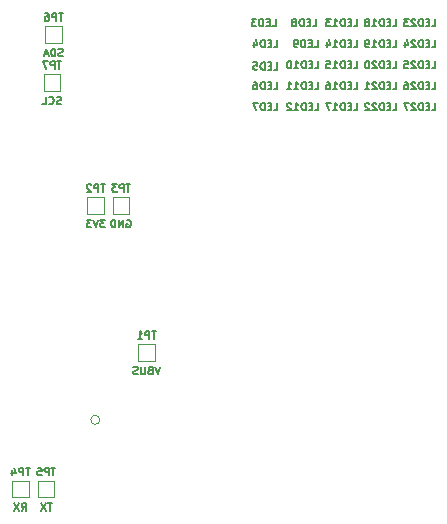
<source format=gbo>
G04 #@! TF.GenerationSoftware,KiCad,Pcbnew,(6.0.0)*
G04 #@! TF.CreationDate,2022-05-24T20:35:50-07:00*
G04 #@! TF.ProjectId,TrackpadLights,54726163-6b70-4616-944c-69676874732e,rev?*
G04 #@! TF.SameCoordinates,Original*
G04 #@! TF.FileFunction,Legend,Bot*
G04 #@! TF.FilePolarity,Positive*
%FSLAX46Y46*%
G04 Gerber Fmt 4.6, Leading zero omitted, Abs format (unit mm)*
G04 Created by KiCad (PCBNEW (6.0.0)) date 2022-05-24 20:35:50*
%MOMM*%
%LPD*%
G01*
G04 APERTURE LIST*
G04 Aperture macros list*
%AMRoundRect*
0 Rectangle with rounded corners*
0 $1 Rounding radius*
0 $2 $3 $4 $5 $6 $7 $8 $9 X,Y pos of 4 corners*
0 Add a 4 corners polygon primitive as box body*
4,1,4,$2,$3,$4,$5,$6,$7,$8,$9,$2,$3,0*
0 Add four circle primitives for the rounded corners*
1,1,$1+$1,$2,$3*
1,1,$1+$1,$4,$5*
1,1,$1+$1,$6,$7*
1,1,$1+$1,$8,$9*
0 Add four rect primitives between the rounded corners*
20,1,$1+$1,$2,$3,$4,$5,0*
20,1,$1+$1,$4,$5,$6,$7,0*
20,1,$1+$1,$6,$7,$8,$9,0*
20,1,$1+$1,$8,$9,$2,$3,0*%
G04 Aperture macros list end*
%ADD10C,0.127000*%
%ADD11C,0.120000*%
%ADD12C,0.254000*%
%ADD13C,1.225034*%
%ADD14C,3.200000*%
%ADD15R,1.000000X1.000000*%
%ADD16C,0.685800*%
%ADD17O,1.300000X2.500000*%
%ADD18O,1.300000X3.200000*%
%ADD19RoundRect,0.250000X-0.350000X-0.625000X0.350000X-0.625000X0.350000X0.625000X-0.350000X0.625000X0*%
%ADD20O,1.200000X1.750000*%
%ADD21C,1.100000*%
G04 APERTURE END LIST*
D10*
X109386309Y-109329261D02*
X109023452Y-109329261D01*
X109204880Y-109964261D02*
X109204880Y-109329261D01*
X108811785Y-109964261D02*
X108811785Y-109329261D01*
X108569880Y-109329261D01*
X108509404Y-109359500D01*
X108479166Y-109389738D01*
X108448928Y-109450214D01*
X108448928Y-109540928D01*
X108479166Y-109601404D01*
X108509404Y-109631642D01*
X108569880Y-109661880D01*
X108811785Y-109661880D01*
X107844166Y-109964261D02*
X108207023Y-109964261D01*
X108025595Y-109964261D02*
X108025595Y-109329261D01*
X108086071Y-109419976D01*
X108146547Y-109480452D01*
X108207023Y-109510690D01*
X109749166Y-112327261D02*
X109537500Y-112962261D01*
X109325833Y-112327261D01*
X108902500Y-112629642D02*
X108811785Y-112659880D01*
X108781547Y-112690119D01*
X108751309Y-112750595D01*
X108751309Y-112841309D01*
X108781547Y-112901785D01*
X108811785Y-112932023D01*
X108872261Y-112962261D01*
X109114166Y-112962261D01*
X109114166Y-112327261D01*
X108902500Y-112327261D01*
X108842023Y-112357500D01*
X108811785Y-112387738D01*
X108781547Y-112448214D01*
X108781547Y-112508690D01*
X108811785Y-112569166D01*
X108842023Y-112599404D01*
X108902500Y-112629642D01*
X109114166Y-112629642D01*
X108479166Y-112327261D02*
X108479166Y-112841309D01*
X108448928Y-112901785D01*
X108418690Y-112932023D01*
X108358214Y-112962261D01*
X108237261Y-112962261D01*
X108176785Y-112932023D01*
X108146547Y-112901785D01*
X108116309Y-112841309D01*
X108116309Y-112327261D01*
X107844166Y-112932023D02*
X107753452Y-112962261D01*
X107602261Y-112962261D01*
X107541785Y-112932023D01*
X107511547Y-112901785D01*
X107481309Y-112841309D01*
X107481309Y-112780833D01*
X107511547Y-112720357D01*
X107541785Y-112690119D01*
X107602261Y-112659880D01*
X107723214Y-112629642D01*
X107783690Y-112599404D01*
X107813928Y-112569166D01*
X107844166Y-112508690D01*
X107844166Y-112448214D01*
X107813928Y-112387738D01*
X107783690Y-112357500D01*
X107723214Y-112327261D01*
X107572023Y-112327261D01*
X107481309Y-112357500D01*
X129446968Y-85282257D02*
X129749349Y-85282257D01*
X129749349Y-84647257D01*
X129235301Y-84949638D02*
X129023634Y-84949638D01*
X128932920Y-85282257D02*
X129235301Y-85282257D01*
X129235301Y-84647257D01*
X128932920Y-84647257D01*
X128660777Y-85282257D02*
X128660777Y-84647257D01*
X128509587Y-84647257D01*
X128418872Y-84677496D01*
X128358396Y-84737972D01*
X128328158Y-84798448D01*
X128297920Y-84919400D01*
X128297920Y-85010115D01*
X128328158Y-85131067D01*
X128358396Y-85191543D01*
X128418872Y-85252019D01*
X128509587Y-85282257D01*
X128660777Y-85282257D01*
X127693158Y-85282257D02*
X128056015Y-85282257D01*
X127874587Y-85282257D02*
X127874587Y-84647257D01*
X127935063Y-84737972D01*
X127995539Y-84798448D01*
X128056015Y-84828686D01*
X127390777Y-85282257D02*
X127269825Y-85282257D01*
X127209349Y-85252019D01*
X127179111Y-85221781D01*
X127118634Y-85131067D01*
X127088396Y-85010115D01*
X127088396Y-84768210D01*
X127118634Y-84707734D01*
X127148872Y-84677496D01*
X127209349Y-84647257D01*
X127330301Y-84647257D01*
X127390777Y-84677496D01*
X127421015Y-84707734D01*
X127451253Y-84768210D01*
X127451253Y-84919400D01*
X127421015Y-84979876D01*
X127390777Y-85010115D01*
X127330301Y-85040353D01*
X127209349Y-85040353D01*
X127148872Y-85010115D01*
X127118634Y-84979876D01*
X127088396Y-84919400D01*
X129446976Y-83504257D02*
X129749357Y-83504257D01*
X129749357Y-82869257D01*
X129235309Y-83171638D02*
X129023642Y-83171638D01*
X128932928Y-83504257D02*
X129235309Y-83504257D01*
X129235309Y-82869257D01*
X128932928Y-82869257D01*
X128660785Y-83504257D02*
X128660785Y-82869257D01*
X128509595Y-82869257D01*
X128418880Y-82899496D01*
X128358404Y-82959972D01*
X128328166Y-83020448D01*
X128297928Y-83141400D01*
X128297928Y-83232115D01*
X128328166Y-83353067D01*
X128358404Y-83413543D01*
X128418880Y-83474019D01*
X128509595Y-83504257D01*
X128660785Y-83504257D01*
X127693166Y-83504257D02*
X128056023Y-83504257D01*
X127874595Y-83504257D02*
X127874595Y-82869257D01*
X127935071Y-82959972D01*
X127995547Y-83020448D01*
X128056023Y-83050686D01*
X127330309Y-83141400D02*
X127390785Y-83111162D01*
X127421023Y-83080924D01*
X127451261Y-83020448D01*
X127451261Y-82990210D01*
X127421023Y-82929734D01*
X127390785Y-82899496D01*
X127330309Y-82869257D01*
X127209357Y-82869257D01*
X127148880Y-82899496D01*
X127118642Y-82929734D01*
X127088404Y-82990210D01*
X127088404Y-83020448D01*
X127118642Y-83080924D01*
X127148880Y-83111162D01*
X127209357Y-83141400D01*
X127330309Y-83141400D01*
X127390785Y-83171638D01*
X127421023Y-83201876D01*
X127451261Y-83262353D01*
X127451261Y-83383305D01*
X127421023Y-83443781D01*
X127390785Y-83474019D01*
X127330309Y-83504257D01*
X127209357Y-83504257D01*
X127148880Y-83474019D01*
X127118642Y-83443781D01*
X127088404Y-83383305D01*
X127088404Y-83262353D01*
X127118642Y-83201876D01*
X127148880Y-83171638D01*
X127209357Y-83141400D01*
X101512309Y-82405261D02*
X101149452Y-82405261D01*
X101330880Y-83040261D02*
X101330880Y-82405261D01*
X100937785Y-83040261D02*
X100937785Y-82405261D01*
X100695880Y-82405261D01*
X100635404Y-82435500D01*
X100605166Y-82465738D01*
X100574928Y-82526214D01*
X100574928Y-82616928D01*
X100605166Y-82677404D01*
X100635404Y-82707642D01*
X100695880Y-82737880D01*
X100937785Y-82737880D01*
X100030642Y-82405261D02*
X100151595Y-82405261D01*
X100212071Y-82435500D01*
X100242309Y-82465738D01*
X100302785Y-82556452D01*
X100333023Y-82677404D01*
X100333023Y-82919309D01*
X100302785Y-82979785D01*
X100272547Y-83010023D01*
X100212071Y-83040261D01*
X100091119Y-83040261D01*
X100030642Y-83010023D01*
X100000404Y-82979785D01*
X99970166Y-82919309D01*
X99970166Y-82768119D01*
X100000404Y-82707642D01*
X100030642Y-82677404D01*
X100091119Y-82647166D01*
X100212071Y-82647166D01*
X100272547Y-82677404D01*
X100302785Y-82707642D01*
X100333023Y-82768119D01*
X101482071Y-86008023D02*
X101391357Y-86038261D01*
X101240166Y-86038261D01*
X101179690Y-86008023D01*
X101149452Y-85977785D01*
X101119214Y-85917309D01*
X101119214Y-85856833D01*
X101149452Y-85796357D01*
X101179690Y-85766119D01*
X101240166Y-85735880D01*
X101361119Y-85705642D01*
X101421595Y-85675404D01*
X101451833Y-85645166D01*
X101482071Y-85584690D01*
X101482071Y-85524214D01*
X101451833Y-85463738D01*
X101421595Y-85433500D01*
X101361119Y-85403261D01*
X101209928Y-85403261D01*
X101119214Y-85433500D01*
X100847071Y-86038261D02*
X100847071Y-85403261D01*
X100695880Y-85403261D01*
X100605166Y-85433500D01*
X100544690Y-85493976D01*
X100514452Y-85554452D01*
X100484214Y-85675404D01*
X100484214Y-85766119D01*
X100514452Y-85887071D01*
X100544690Y-85947547D01*
X100605166Y-86008023D01*
X100695880Y-86038261D01*
X100847071Y-86038261D01*
X100242309Y-85856833D02*
X99939928Y-85856833D01*
X100302785Y-86038261D02*
X100091119Y-85403261D01*
X99879452Y-86038261D01*
X119238595Y-83504257D02*
X119540976Y-83504257D01*
X119540976Y-82869257D01*
X119026928Y-83171638D02*
X118815261Y-83171638D01*
X118724547Y-83504257D02*
X119026928Y-83504257D01*
X119026928Y-82869257D01*
X118724547Y-82869257D01*
X118452404Y-83504257D02*
X118452404Y-82869257D01*
X118301214Y-82869257D01*
X118210500Y-82899496D01*
X118150023Y-82959972D01*
X118119785Y-83020448D01*
X118089547Y-83141400D01*
X118089547Y-83232115D01*
X118119785Y-83353067D01*
X118150023Y-83413543D01*
X118210500Y-83474019D01*
X118301214Y-83504257D01*
X118452404Y-83504257D01*
X117877880Y-82869257D02*
X117484785Y-82869257D01*
X117696452Y-83111162D01*
X117605738Y-83111162D01*
X117545261Y-83141400D01*
X117515023Y-83171638D01*
X117484785Y-83232115D01*
X117484785Y-83383305D01*
X117515023Y-83443781D01*
X117545261Y-83474019D01*
X117605738Y-83504257D01*
X117787166Y-83504257D01*
X117847642Y-83474019D01*
X117877880Y-83443781D01*
X126144968Y-83504257D02*
X126447349Y-83504257D01*
X126447349Y-82869257D01*
X125933301Y-83171638D02*
X125721634Y-83171638D01*
X125630920Y-83504257D02*
X125933301Y-83504257D01*
X125933301Y-82869257D01*
X125630920Y-82869257D01*
X125358777Y-83504257D02*
X125358777Y-82869257D01*
X125207587Y-82869257D01*
X125116872Y-82899496D01*
X125056396Y-82959972D01*
X125026158Y-83020448D01*
X124995920Y-83141400D01*
X124995920Y-83232115D01*
X125026158Y-83353067D01*
X125056396Y-83413543D01*
X125116872Y-83474019D01*
X125207587Y-83504257D01*
X125358777Y-83504257D01*
X124391158Y-83504257D02*
X124754015Y-83504257D01*
X124572587Y-83504257D02*
X124572587Y-82869257D01*
X124633063Y-82959972D01*
X124693539Y-83020448D01*
X124754015Y-83050686D01*
X124179492Y-82869257D02*
X123786396Y-82869257D01*
X123998063Y-83111162D01*
X123907349Y-83111162D01*
X123846872Y-83141400D01*
X123816634Y-83171638D01*
X123786396Y-83232115D01*
X123786396Y-83383305D01*
X123816634Y-83443781D01*
X123846872Y-83474019D01*
X123907349Y-83504257D01*
X124088777Y-83504257D01*
X124149253Y-83474019D01*
X124179492Y-83443781D01*
X126144976Y-85282257D02*
X126447357Y-85282257D01*
X126447357Y-84647257D01*
X125933309Y-84949638D02*
X125721642Y-84949638D01*
X125630928Y-85282257D02*
X125933309Y-85282257D01*
X125933309Y-84647257D01*
X125630928Y-84647257D01*
X125358785Y-85282257D02*
X125358785Y-84647257D01*
X125207595Y-84647257D01*
X125116880Y-84677496D01*
X125056404Y-84737972D01*
X125026166Y-84798448D01*
X124995928Y-84919400D01*
X124995928Y-85010115D01*
X125026166Y-85131067D01*
X125056404Y-85191543D01*
X125116880Y-85252019D01*
X125207595Y-85282257D01*
X125358785Y-85282257D01*
X124391166Y-85282257D02*
X124754023Y-85282257D01*
X124572595Y-85282257D02*
X124572595Y-84647257D01*
X124633071Y-84737972D01*
X124693547Y-84798448D01*
X124754023Y-84828686D01*
X123846880Y-84858924D02*
X123846880Y-85282257D01*
X123998071Y-84617019D02*
X124149261Y-85070591D01*
X123756166Y-85070591D01*
X101385309Y-86469261D02*
X101022452Y-86469261D01*
X101203880Y-87104261D02*
X101203880Y-86469261D01*
X100810785Y-87104261D02*
X100810785Y-86469261D01*
X100568880Y-86469261D01*
X100508404Y-86499500D01*
X100478166Y-86529738D01*
X100447928Y-86590214D01*
X100447928Y-86680928D01*
X100478166Y-86741404D01*
X100508404Y-86771642D01*
X100568880Y-86801880D01*
X100810785Y-86801880D01*
X100236261Y-86469261D02*
X99812928Y-86469261D01*
X100085071Y-87104261D01*
X101339952Y-90072023D02*
X101249238Y-90102261D01*
X101098047Y-90102261D01*
X101037571Y-90072023D01*
X101007333Y-90041785D01*
X100977095Y-89981309D01*
X100977095Y-89920833D01*
X101007333Y-89860357D01*
X101037571Y-89830119D01*
X101098047Y-89799880D01*
X101219000Y-89769642D01*
X101279476Y-89739404D01*
X101309714Y-89709166D01*
X101339952Y-89648690D01*
X101339952Y-89588214D01*
X101309714Y-89527738D01*
X101279476Y-89497500D01*
X101219000Y-89467261D01*
X101067809Y-89467261D01*
X100977095Y-89497500D01*
X100342095Y-90041785D02*
X100372333Y-90072023D01*
X100463047Y-90102261D01*
X100523523Y-90102261D01*
X100614238Y-90072023D01*
X100674714Y-90011547D01*
X100704952Y-89951071D01*
X100735190Y-89830119D01*
X100735190Y-89739404D01*
X100704952Y-89618452D01*
X100674714Y-89557976D01*
X100614238Y-89497500D01*
X100523523Y-89467261D01*
X100463047Y-89467261D01*
X100372333Y-89497500D01*
X100342095Y-89527738D01*
X99767571Y-90102261D02*
X100069952Y-90102261D01*
X100069952Y-89467261D01*
X132748968Y-90616257D02*
X133051349Y-90616257D01*
X133051349Y-89981257D01*
X132537301Y-90283638D02*
X132325634Y-90283638D01*
X132234920Y-90616257D02*
X132537301Y-90616257D01*
X132537301Y-89981257D01*
X132234920Y-89981257D01*
X131962777Y-90616257D02*
X131962777Y-89981257D01*
X131811587Y-89981257D01*
X131720872Y-90011496D01*
X131660396Y-90071972D01*
X131630158Y-90132448D01*
X131599920Y-90253400D01*
X131599920Y-90344115D01*
X131630158Y-90465067D01*
X131660396Y-90525543D01*
X131720872Y-90586019D01*
X131811587Y-90616257D01*
X131962777Y-90616257D01*
X131358015Y-90041734D02*
X131327777Y-90011496D01*
X131267301Y-89981257D01*
X131116111Y-89981257D01*
X131055634Y-90011496D01*
X131025396Y-90041734D01*
X130995158Y-90102210D01*
X130995158Y-90162686D01*
X131025396Y-90253400D01*
X131388253Y-90616257D01*
X130995158Y-90616257D01*
X130783492Y-89981257D02*
X130360158Y-89981257D01*
X130632301Y-90616257D01*
X132748968Y-85282257D02*
X133051349Y-85282257D01*
X133051349Y-84647257D01*
X132537301Y-84949638D02*
X132325634Y-84949638D01*
X132234920Y-85282257D02*
X132537301Y-85282257D01*
X132537301Y-84647257D01*
X132234920Y-84647257D01*
X131962777Y-85282257D02*
X131962777Y-84647257D01*
X131811587Y-84647257D01*
X131720872Y-84677496D01*
X131660396Y-84737972D01*
X131630158Y-84798448D01*
X131599920Y-84919400D01*
X131599920Y-85010115D01*
X131630158Y-85131067D01*
X131660396Y-85191543D01*
X131720872Y-85252019D01*
X131811587Y-85282257D01*
X131962777Y-85282257D01*
X131358015Y-84707734D02*
X131327777Y-84677496D01*
X131267301Y-84647257D01*
X131116111Y-84647257D01*
X131055634Y-84677496D01*
X131025396Y-84707734D01*
X130995158Y-84768210D01*
X130995158Y-84828686D01*
X131025396Y-84919400D01*
X131388253Y-85282257D01*
X130995158Y-85282257D01*
X130450872Y-84858924D02*
X130450872Y-85282257D01*
X130602063Y-84617019D02*
X130753253Y-85070591D01*
X130360158Y-85070591D01*
X122842968Y-88838257D02*
X123145349Y-88838257D01*
X123145349Y-88203257D01*
X122631301Y-88505638D02*
X122419634Y-88505638D01*
X122328920Y-88838257D02*
X122631301Y-88838257D01*
X122631301Y-88203257D01*
X122328920Y-88203257D01*
X122056777Y-88838257D02*
X122056777Y-88203257D01*
X121905587Y-88203257D01*
X121814872Y-88233496D01*
X121754396Y-88293972D01*
X121724158Y-88354448D01*
X121693920Y-88475400D01*
X121693920Y-88566115D01*
X121724158Y-88687067D01*
X121754396Y-88747543D01*
X121814872Y-88808019D01*
X121905587Y-88838257D01*
X122056777Y-88838257D01*
X121089158Y-88838257D02*
X121452015Y-88838257D01*
X121270587Y-88838257D02*
X121270587Y-88203257D01*
X121331063Y-88293972D01*
X121391539Y-88354448D01*
X121452015Y-88384686D01*
X120484396Y-88838257D02*
X120847253Y-88838257D01*
X120665825Y-88838257D02*
X120665825Y-88203257D01*
X120726301Y-88293972D01*
X120786777Y-88354448D01*
X120847253Y-88384686D01*
X122667587Y-83504257D02*
X122969968Y-83504257D01*
X122969968Y-82869257D01*
X122455920Y-83171638D02*
X122244253Y-83171638D01*
X122153539Y-83504257D02*
X122455920Y-83504257D01*
X122455920Y-82869257D01*
X122153539Y-82869257D01*
X121881396Y-83504257D02*
X121881396Y-82869257D01*
X121730206Y-82869257D01*
X121639492Y-82899496D01*
X121579015Y-82959972D01*
X121548777Y-83020448D01*
X121518539Y-83141400D01*
X121518539Y-83232115D01*
X121548777Y-83353067D01*
X121579015Y-83413543D01*
X121639492Y-83474019D01*
X121730206Y-83504257D01*
X121881396Y-83504257D01*
X121155682Y-83141400D02*
X121216158Y-83111162D01*
X121246396Y-83080924D01*
X121276634Y-83020448D01*
X121276634Y-82990210D01*
X121246396Y-82929734D01*
X121216158Y-82899496D01*
X121155682Y-82869257D01*
X121034730Y-82869257D01*
X120974253Y-82899496D01*
X120944015Y-82929734D01*
X120913777Y-82990210D01*
X120913777Y-83020448D01*
X120944015Y-83080924D01*
X120974253Y-83111162D01*
X121034730Y-83141400D01*
X121155682Y-83141400D01*
X121216158Y-83171638D01*
X121246396Y-83201876D01*
X121276634Y-83262353D01*
X121276634Y-83383305D01*
X121246396Y-83443781D01*
X121216158Y-83474019D01*
X121155682Y-83504257D01*
X121034730Y-83504257D01*
X120974253Y-83474019D01*
X120944015Y-83443781D01*
X120913777Y-83383305D01*
X120913777Y-83262353D01*
X120944015Y-83201876D01*
X120974253Y-83171638D01*
X121034730Y-83141400D01*
X119365587Y-88838257D02*
X119667968Y-88838257D01*
X119667968Y-88203257D01*
X119153920Y-88505638D02*
X118942253Y-88505638D01*
X118851539Y-88838257D02*
X119153920Y-88838257D01*
X119153920Y-88203257D01*
X118851539Y-88203257D01*
X118579396Y-88838257D02*
X118579396Y-88203257D01*
X118428206Y-88203257D01*
X118337492Y-88233496D01*
X118277015Y-88293972D01*
X118246777Y-88354448D01*
X118216539Y-88475400D01*
X118216539Y-88566115D01*
X118246777Y-88687067D01*
X118277015Y-88747543D01*
X118337492Y-88808019D01*
X118428206Y-88838257D01*
X118579396Y-88838257D01*
X117672253Y-88203257D02*
X117793206Y-88203257D01*
X117853682Y-88233496D01*
X117883920Y-88263734D01*
X117944396Y-88354448D01*
X117974634Y-88475400D01*
X117974634Y-88717305D01*
X117944396Y-88777781D01*
X117914158Y-88808019D01*
X117853682Y-88838257D01*
X117732730Y-88838257D01*
X117672253Y-88808019D01*
X117642015Y-88777781D01*
X117611777Y-88717305D01*
X117611777Y-88566115D01*
X117642015Y-88505638D01*
X117672253Y-88475400D01*
X117732730Y-88445162D01*
X117853682Y-88445162D01*
X117914158Y-88475400D01*
X117944396Y-88505638D01*
X117974634Y-88566115D01*
X129446968Y-87060257D02*
X129749349Y-87060257D01*
X129749349Y-86425257D01*
X129235301Y-86727638D02*
X129023634Y-86727638D01*
X128932920Y-87060257D02*
X129235301Y-87060257D01*
X129235301Y-86425257D01*
X128932920Y-86425257D01*
X128660777Y-87060257D02*
X128660777Y-86425257D01*
X128509587Y-86425257D01*
X128418872Y-86455496D01*
X128358396Y-86515972D01*
X128328158Y-86576448D01*
X128297920Y-86697400D01*
X128297920Y-86788115D01*
X128328158Y-86909067D01*
X128358396Y-86969543D01*
X128418872Y-87030019D01*
X128509587Y-87060257D01*
X128660777Y-87060257D01*
X128056015Y-86485734D02*
X128025777Y-86455496D01*
X127965301Y-86425257D01*
X127814111Y-86425257D01*
X127753634Y-86455496D01*
X127723396Y-86485734D01*
X127693158Y-86546210D01*
X127693158Y-86606686D01*
X127723396Y-86697400D01*
X128086253Y-87060257D01*
X127693158Y-87060257D01*
X127300063Y-86425257D02*
X127239587Y-86425257D01*
X127179111Y-86455496D01*
X127148872Y-86485734D01*
X127118634Y-86546210D01*
X127088396Y-86667162D01*
X127088396Y-86818353D01*
X127118634Y-86939305D01*
X127148872Y-86999781D01*
X127179111Y-87030019D01*
X127239587Y-87060257D01*
X127300063Y-87060257D01*
X127360539Y-87030019D01*
X127390777Y-86999781D01*
X127421015Y-86939305D01*
X127451253Y-86818353D01*
X127451253Y-86667162D01*
X127421015Y-86546210D01*
X127390777Y-86485734D01*
X127360539Y-86455496D01*
X127300063Y-86425257D01*
X129446976Y-88838257D02*
X129749357Y-88838257D01*
X129749357Y-88203257D01*
X129235309Y-88505638D02*
X129023642Y-88505638D01*
X128932928Y-88838257D02*
X129235309Y-88838257D01*
X129235309Y-88203257D01*
X128932928Y-88203257D01*
X128660785Y-88838257D02*
X128660785Y-88203257D01*
X128509595Y-88203257D01*
X128418880Y-88233496D01*
X128358404Y-88293972D01*
X128328166Y-88354448D01*
X128297928Y-88475400D01*
X128297928Y-88566115D01*
X128328166Y-88687067D01*
X128358404Y-88747543D01*
X128418880Y-88808019D01*
X128509595Y-88838257D01*
X128660785Y-88838257D01*
X128056023Y-88263734D02*
X128025785Y-88233496D01*
X127965309Y-88203257D01*
X127814119Y-88203257D01*
X127753642Y-88233496D01*
X127723404Y-88263734D01*
X127693166Y-88324210D01*
X127693166Y-88384686D01*
X127723404Y-88475400D01*
X128086261Y-88838257D01*
X127693166Y-88838257D01*
X127088404Y-88838257D02*
X127451261Y-88838257D01*
X127269833Y-88838257D02*
X127269833Y-88203257D01*
X127330309Y-88293972D01*
X127390785Y-88354448D01*
X127451261Y-88384686D01*
X129446968Y-90616257D02*
X129749349Y-90616257D01*
X129749349Y-89981257D01*
X129235301Y-90283638D02*
X129023634Y-90283638D01*
X128932920Y-90616257D02*
X129235301Y-90616257D01*
X129235301Y-89981257D01*
X128932920Y-89981257D01*
X128660777Y-90616257D02*
X128660777Y-89981257D01*
X128509587Y-89981257D01*
X128418872Y-90011496D01*
X128358396Y-90071972D01*
X128328158Y-90132448D01*
X128297920Y-90253400D01*
X128297920Y-90344115D01*
X128328158Y-90465067D01*
X128358396Y-90525543D01*
X128418872Y-90586019D01*
X128509587Y-90616257D01*
X128660777Y-90616257D01*
X128056015Y-90041734D02*
X128025777Y-90011496D01*
X127965301Y-89981257D01*
X127814111Y-89981257D01*
X127753634Y-90011496D01*
X127723396Y-90041734D01*
X127693158Y-90102210D01*
X127693158Y-90162686D01*
X127723396Y-90253400D01*
X128086253Y-90616257D01*
X127693158Y-90616257D01*
X127451253Y-90041734D02*
X127421015Y-90011496D01*
X127360539Y-89981257D01*
X127209349Y-89981257D01*
X127148872Y-90011496D01*
X127118634Y-90041734D01*
X127088396Y-90102210D01*
X127088396Y-90162686D01*
X127118634Y-90253400D01*
X127481492Y-90616257D01*
X127088396Y-90616257D01*
X98718309Y-120886261D02*
X98355452Y-120886261D01*
X98536880Y-121521261D02*
X98536880Y-120886261D01*
X98143785Y-121521261D02*
X98143785Y-120886261D01*
X97901880Y-120886261D01*
X97841404Y-120916500D01*
X97811166Y-120946738D01*
X97780928Y-121007214D01*
X97780928Y-121097928D01*
X97811166Y-121158404D01*
X97841404Y-121188642D01*
X97901880Y-121218880D01*
X98143785Y-121218880D01*
X97236642Y-121097928D02*
X97236642Y-121521261D01*
X97387833Y-120856023D02*
X97539023Y-121309595D01*
X97145928Y-121309595D01*
X98022833Y-124519261D02*
X98234500Y-124216880D01*
X98385690Y-124519261D02*
X98385690Y-123884261D01*
X98143785Y-123884261D01*
X98083309Y-123914500D01*
X98053071Y-123944738D01*
X98022833Y-124005214D01*
X98022833Y-124095928D01*
X98053071Y-124156404D01*
X98083309Y-124186642D01*
X98143785Y-124216880D01*
X98385690Y-124216880D01*
X97811166Y-123884261D02*
X97387833Y-124519261D01*
X97387833Y-123884261D02*
X97811166Y-124519261D01*
X119365587Y-85282257D02*
X119667968Y-85282257D01*
X119667968Y-84647257D01*
X119153920Y-84949638D02*
X118942253Y-84949638D01*
X118851539Y-85282257D02*
X119153920Y-85282257D01*
X119153920Y-84647257D01*
X118851539Y-84647257D01*
X118579396Y-85282257D02*
X118579396Y-84647257D01*
X118428206Y-84647257D01*
X118337492Y-84677496D01*
X118277015Y-84737972D01*
X118246777Y-84798448D01*
X118216539Y-84919400D01*
X118216539Y-85010115D01*
X118246777Y-85131067D01*
X118277015Y-85191543D01*
X118337492Y-85252019D01*
X118428206Y-85282257D01*
X118579396Y-85282257D01*
X117672253Y-84858924D02*
X117672253Y-85282257D01*
X117823444Y-84617019D02*
X117974634Y-85070591D01*
X117581539Y-85070591D01*
X122842968Y-87060257D02*
X123145349Y-87060257D01*
X123145349Y-86425257D01*
X122631301Y-86727638D02*
X122419634Y-86727638D01*
X122328920Y-87060257D02*
X122631301Y-87060257D01*
X122631301Y-86425257D01*
X122328920Y-86425257D01*
X122056777Y-87060257D02*
X122056777Y-86425257D01*
X121905587Y-86425257D01*
X121814872Y-86455496D01*
X121754396Y-86515972D01*
X121724158Y-86576448D01*
X121693920Y-86697400D01*
X121693920Y-86788115D01*
X121724158Y-86909067D01*
X121754396Y-86969543D01*
X121814872Y-87030019D01*
X121905587Y-87060257D01*
X122056777Y-87060257D01*
X121089158Y-87060257D02*
X121452015Y-87060257D01*
X121270587Y-87060257D02*
X121270587Y-86425257D01*
X121331063Y-86515972D01*
X121391539Y-86576448D01*
X121452015Y-86606686D01*
X120696063Y-86425257D02*
X120635587Y-86425257D01*
X120575111Y-86455496D01*
X120544872Y-86485734D01*
X120514634Y-86546210D01*
X120484396Y-86667162D01*
X120484396Y-86818353D01*
X120514634Y-86939305D01*
X120544872Y-86999781D01*
X120575111Y-87030019D01*
X120635587Y-87060257D01*
X120696063Y-87060257D01*
X120756539Y-87030019D01*
X120786777Y-86999781D01*
X120817015Y-86939305D01*
X120847253Y-86818353D01*
X120847253Y-86667162D01*
X120817015Y-86546210D01*
X120786777Y-86485734D01*
X120756539Y-86455496D01*
X120696063Y-86425257D01*
X122842968Y-90616257D02*
X123145349Y-90616257D01*
X123145349Y-89981257D01*
X122631301Y-90283638D02*
X122419634Y-90283638D01*
X122328920Y-90616257D02*
X122631301Y-90616257D01*
X122631301Y-89981257D01*
X122328920Y-89981257D01*
X122056777Y-90616257D02*
X122056777Y-89981257D01*
X121905587Y-89981257D01*
X121814872Y-90011496D01*
X121754396Y-90071972D01*
X121724158Y-90132448D01*
X121693920Y-90253400D01*
X121693920Y-90344115D01*
X121724158Y-90465067D01*
X121754396Y-90525543D01*
X121814872Y-90586019D01*
X121905587Y-90616257D01*
X122056777Y-90616257D01*
X121089158Y-90616257D02*
X121452015Y-90616257D01*
X121270587Y-90616257D02*
X121270587Y-89981257D01*
X121331063Y-90071972D01*
X121391539Y-90132448D01*
X121452015Y-90162686D01*
X120847253Y-90041734D02*
X120817015Y-90011496D01*
X120756539Y-89981257D01*
X120605349Y-89981257D01*
X120544872Y-90011496D01*
X120514634Y-90041734D01*
X120484396Y-90102210D01*
X120484396Y-90162686D01*
X120514634Y-90253400D01*
X120877492Y-90616257D01*
X120484396Y-90616257D01*
X119365587Y-87187257D02*
X119667968Y-87187257D01*
X119667968Y-86552257D01*
X119153920Y-86854638D02*
X118942253Y-86854638D01*
X118851539Y-87187257D02*
X119153920Y-87187257D01*
X119153920Y-86552257D01*
X118851539Y-86552257D01*
X118579396Y-87187257D02*
X118579396Y-86552257D01*
X118428206Y-86552257D01*
X118337492Y-86582496D01*
X118277015Y-86642972D01*
X118246777Y-86703448D01*
X118216539Y-86824400D01*
X118216539Y-86915115D01*
X118246777Y-87036067D01*
X118277015Y-87096543D01*
X118337492Y-87157019D01*
X118428206Y-87187257D01*
X118579396Y-87187257D01*
X117642015Y-86552257D02*
X117944396Y-86552257D01*
X117974634Y-86854638D01*
X117944396Y-86824400D01*
X117883920Y-86794162D01*
X117732730Y-86794162D01*
X117672253Y-86824400D01*
X117642015Y-86854638D01*
X117611777Y-86915115D01*
X117611777Y-87066305D01*
X117642015Y-87126781D01*
X117672253Y-87157019D01*
X117732730Y-87187257D01*
X117883920Y-87187257D01*
X117944396Y-87157019D01*
X117974634Y-87126781D01*
X107227309Y-96883261D02*
X106864452Y-96883261D01*
X107045880Y-97518261D02*
X107045880Y-96883261D01*
X106652785Y-97518261D02*
X106652785Y-96883261D01*
X106410880Y-96883261D01*
X106350404Y-96913500D01*
X106320166Y-96943738D01*
X106289928Y-97004214D01*
X106289928Y-97094928D01*
X106320166Y-97155404D01*
X106350404Y-97185642D01*
X106410880Y-97215880D01*
X106652785Y-97215880D01*
X106078261Y-96883261D02*
X105685166Y-96883261D01*
X105896833Y-97125166D01*
X105806119Y-97125166D01*
X105745642Y-97155404D01*
X105715404Y-97185642D01*
X105685166Y-97246119D01*
X105685166Y-97397309D01*
X105715404Y-97457785D01*
X105745642Y-97488023D01*
X105806119Y-97518261D01*
X105987547Y-97518261D01*
X106048023Y-97488023D01*
X106078261Y-97457785D01*
X106909809Y-99911500D02*
X106970285Y-99881261D01*
X107061000Y-99881261D01*
X107151714Y-99911500D01*
X107212190Y-99971976D01*
X107242428Y-100032452D01*
X107272666Y-100153404D01*
X107272666Y-100244119D01*
X107242428Y-100365071D01*
X107212190Y-100425547D01*
X107151714Y-100486023D01*
X107061000Y-100516261D01*
X107000523Y-100516261D01*
X106909809Y-100486023D01*
X106879571Y-100455785D01*
X106879571Y-100244119D01*
X107000523Y-100244119D01*
X106607428Y-100516261D02*
X106607428Y-99881261D01*
X106244571Y-100516261D01*
X106244571Y-99881261D01*
X105942190Y-100516261D02*
X105942190Y-99881261D01*
X105791000Y-99881261D01*
X105700285Y-99911500D01*
X105639809Y-99971976D01*
X105609571Y-100032452D01*
X105579333Y-100153404D01*
X105579333Y-100244119D01*
X105609571Y-100365071D01*
X105639809Y-100425547D01*
X105700285Y-100486023D01*
X105791000Y-100516261D01*
X105942190Y-100516261D01*
X132748968Y-88838257D02*
X133051349Y-88838257D01*
X133051349Y-88203257D01*
X132537301Y-88505638D02*
X132325634Y-88505638D01*
X132234920Y-88838257D02*
X132537301Y-88838257D01*
X132537301Y-88203257D01*
X132234920Y-88203257D01*
X131962777Y-88838257D02*
X131962777Y-88203257D01*
X131811587Y-88203257D01*
X131720872Y-88233496D01*
X131660396Y-88293972D01*
X131630158Y-88354448D01*
X131599920Y-88475400D01*
X131599920Y-88566115D01*
X131630158Y-88687067D01*
X131660396Y-88747543D01*
X131720872Y-88808019D01*
X131811587Y-88838257D01*
X131962777Y-88838257D01*
X131358015Y-88263734D02*
X131327777Y-88233496D01*
X131267301Y-88203257D01*
X131116111Y-88203257D01*
X131055634Y-88233496D01*
X131025396Y-88263734D01*
X130995158Y-88324210D01*
X130995158Y-88384686D01*
X131025396Y-88475400D01*
X131388253Y-88838257D01*
X130995158Y-88838257D01*
X130450872Y-88203257D02*
X130571825Y-88203257D01*
X130632301Y-88233496D01*
X130662539Y-88263734D01*
X130723015Y-88354448D01*
X130753253Y-88475400D01*
X130753253Y-88717305D01*
X130723015Y-88777781D01*
X130692777Y-88808019D01*
X130632301Y-88838257D01*
X130511349Y-88838257D01*
X130450872Y-88808019D01*
X130420634Y-88777781D01*
X130390396Y-88717305D01*
X130390396Y-88566115D01*
X130420634Y-88505638D01*
X130450872Y-88475400D01*
X130511349Y-88445162D01*
X130632301Y-88445162D01*
X130692777Y-88475400D01*
X130723015Y-88505638D01*
X130753253Y-88566115D01*
X126144976Y-88838257D02*
X126447357Y-88838257D01*
X126447357Y-88203257D01*
X125933309Y-88505638D02*
X125721642Y-88505638D01*
X125630928Y-88838257D02*
X125933309Y-88838257D01*
X125933309Y-88203257D01*
X125630928Y-88203257D01*
X125358785Y-88838257D02*
X125358785Y-88203257D01*
X125207595Y-88203257D01*
X125116880Y-88233496D01*
X125056404Y-88293972D01*
X125026166Y-88354448D01*
X124995928Y-88475400D01*
X124995928Y-88566115D01*
X125026166Y-88687067D01*
X125056404Y-88747543D01*
X125116880Y-88808019D01*
X125207595Y-88838257D01*
X125358785Y-88838257D01*
X124391166Y-88838257D02*
X124754023Y-88838257D01*
X124572595Y-88838257D02*
X124572595Y-88203257D01*
X124633071Y-88293972D01*
X124693547Y-88354448D01*
X124754023Y-88384686D01*
X123846880Y-88203257D02*
X123967833Y-88203257D01*
X124028309Y-88233496D01*
X124058547Y-88263734D01*
X124119023Y-88354448D01*
X124149261Y-88475400D01*
X124149261Y-88717305D01*
X124119023Y-88777781D01*
X124088785Y-88808019D01*
X124028309Y-88838257D01*
X123907357Y-88838257D01*
X123846880Y-88808019D01*
X123816642Y-88777781D01*
X123786404Y-88717305D01*
X123786404Y-88566115D01*
X123816642Y-88505638D01*
X123846880Y-88475400D01*
X123907357Y-88445162D01*
X124028309Y-88445162D01*
X124088785Y-88475400D01*
X124119023Y-88505638D01*
X124149261Y-88566115D01*
X132748968Y-87060257D02*
X133051349Y-87060257D01*
X133051349Y-86425257D01*
X132537301Y-86727638D02*
X132325634Y-86727638D01*
X132234920Y-87060257D02*
X132537301Y-87060257D01*
X132537301Y-86425257D01*
X132234920Y-86425257D01*
X131962777Y-87060257D02*
X131962777Y-86425257D01*
X131811587Y-86425257D01*
X131720872Y-86455496D01*
X131660396Y-86515972D01*
X131630158Y-86576448D01*
X131599920Y-86697400D01*
X131599920Y-86788115D01*
X131630158Y-86909067D01*
X131660396Y-86969543D01*
X131720872Y-87030019D01*
X131811587Y-87060257D01*
X131962777Y-87060257D01*
X131358015Y-86485734D02*
X131327777Y-86455496D01*
X131267301Y-86425257D01*
X131116111Y-86425257D01*
X131055634Y-86455496D01*
X131025396Y-86485734D01*
X130995158Y-86546210D01*
X130995158Y-86606686D01*
X131025396Y-86697400D01*
X131388253Y-87060257D01*
X130995158Y-87060257D01*
X130420634Y-86425257D02*
X130723015Y-86425257D01*
X130753253Y-86727638D01*
X130723015Y-86697400D01*
X130662539Y-86667162D01*
X130511349Y-86667162D01*
X130450872Y-86697400D01*
X130420634Y-86727638D01*
X130390396Y-86788115D01*
X130390396Y-86939305D01*
X130420634Y-86999781D01*
X130450872Y-87030019D01*
X130511349Y-87060257D01*
X130662539Y-87060257D01*
X130723015Y-87030019D01*
X130753253Y-86999781D01*
X126144968Y-90616257D02*
X126447349Y-90616257D01*
X126447349Y-89981257D01*
X125933301Y-90283638D02*
X125721634Y-90283638D01*
X125630920Y-90616257D02*
X125933301Y-90616257D01*
X125933301Y-89981257D01*
X125630920Y-89981257D01*
X125358777Y-90616257D02*
X125358777Y-89981257D01*
X125207587Y-89981257D01*
X125116872Y-90011496D01*
X125056396Y-90071972D01*
X125026158Y-90132448D01*
X124995920Y-90253400D01*
X124995920Y-90344115D01*
X125026158Y-90465067D01*
X125056396Y-90525543D01*
X125116872Y-90586019D01*
X125207587Y-90616257D01*
X125358777Y-90616257D01*
X124391158Y-90616257D02*
X124754015Y-90616257D01*
X124572587Y-90616257D02*
X124572587Y-89981257D01*
X124633063Y-90071972D01*
X124693539Y-90132448D01*
X124754015Y-90162686D01*
X124179492Y-89981257D02*
X123756158Y-89981257D01*
X124028301Y-90616257D01*
X100877309Y-120886261D02*
X100514452Y-120886261D01*
X100695880Y-121521261D02*
X100695880Y-120886261D01*
X100302785Y-121521261D02*
X100302785Y-120886261D01*
X100060880Y-120886261D01*
X100000404Y-120916500D01*
X99970166Y-120946738D01*
X99939928Y-121007214D01*
X99939928Y-121097928D01*
X99970166Y-121158404D01*
X100000404Y-121188642D01*
X100060880Y-121218880D01*
X100302785Y-121218880D01*
X99365404Y-120886261D02*
X99667785Y-120886261D01*
X99698023Y-121188642D01*
X99667785Y-121158404D01*
X99607309Y-121128166D01*
X99456119Y-121128166D01*
X99395642Y-121158404D01*
X99365404Y-121188642D01*
X99335166Y-121249119D01*
X99335166Y-121400309D01*
X99365404Y-121460785D01*
X99395642Y-121491023D01*
X99456119Y-121521261D01*
X99607309Y-121521261D01*
X99667785Y-121491023D01*
X99698023Y-121460785D01*
X100559809Y-123884261D02*
X100196952Y-123884261D01*
X100378380Y-124519261D02*
X100378380Y-123884261D01*
X100045761Y-123884261D02*
X99622428Y-124519261D01*
X99622428Y-123884261D02*
X100045761Y-124519261D01*
X122794587Y-85282257D02*
X123096968Y-85282257D01*
X123096968Y-84647257D01*
X122582920Y-84949638D02*
X122371253Y-84949638D01*
X122280539Y-85282257D02*
X122582920Y-85282257D01*
X122582920Y-84647257D01*
X122280539Y-84647257D01*
X122008396Y-85282257D02*
X122008396Y-84647257D01*
X121857206Y-84647257D01*
X121766492Y-84677496D01*
X121706015Y-84737972D01*
X121675777Y-84798448D01*
X121645539Y-84919400D01*
X121645539Y-85010115D01*
X121675777Y-85131067D01*
X121706015Y-85191543D01*
X121766492Y-85252019D01*
X121857206Y-85282257D01*
X122008396Y-85282257D01*
X121343158Y-85282257D02*
X121222206Y-85282257D01*
X121161730Y-85252019D01*
X121131492Y-85221781D01*
X121071015Y-85131067D01*
X121040777Y-85010115D01*
X121040777Y-84768210D01*
X121071015Y-84707734D01*
X121101253Y-84677496D01*
X121161730Y-84647257D01*
X121282682Y-84647257D01*
X121343158Y-84677496D01*
X121373396Y-84707734D01*
X121403634Y-84768210D01*
X121403634Y-84919400D01*
X121373396Y-84979876D01*
X121343158Y-85010115D01*
X121282682Y-85040353D01*
X121161730Y-85040353D01*
X121101253Y-85010115D01*
X121071015Y-84979876D01*
X121040777Y-84919400D01*
X126144976Y-87060257D02*
X126447357Y-87060257D01*
X126447357Y-86425257D01*
X125933309Y-86727638D02*
X125721642Y-86727638D01*
X125630928Y-87060257D02*
X125933309Y-87060257D01*
X125933309Y-86425257D01*
X125630928Y-86425257D01*
X125358785Y-87060257D02*
X125358785Y-86425257D01*
X125207595Y-86425257D01*
X125116880Y-86455496D01*
X125056404Y-86515972D01*
X125026166Y-86576448D01*
X124995928Y-86697400D01*
X124995928Y-86788115D01*
X125026166Y-86909067D01*
X125056404Y-86969543D01*
X125116880Y-87030019D01*
X125207595Y-87060257D01*
X125358785Y-87060257D01*
X124391166Y-87060257D02*
X124754023Y-87060257D01*
X124572595Y-87060257D02*
X124572595Y-86425257D01*
X124633071Y-86515972D01*
X124693547Y-86576448D01*
X124754023Y-86606686D01*
X123816642Y-86425257D02*
X124119023Y-86425257D01*
X124149261Y-86727638D01*
X124119023Y-86697400D01*
X124058547Y-86667162D01*
X123907357Y-86667162D01*
X123846880Y-86697400D01*
X123816642Y-86727638D01*
X123786404Y-86788115D01*
X123786404Y-86939305D01*
X123816642Y-86999781D01*
X123846880Y-87030019D01*
X123907357Y-87060257D01*
X124058547Y-87060257D01*
X124119023Y-87030019D01*
X124149261Y-86999781D01*
X132748968Y-83504257D02*
X133051349Y-83504257D01*
X133051349Y-82869257D01*
X132537301Y-83171638D02*
X132325634Y-83171638D01*
X132234920Y-83504257D02*
X132537301Y-83504257D01*
X132537301Y-82869257D01*
X132234920Y-82869257D01*
X131962777Y-83504257D02*
X131962777Y-82869257D01*
X131811587Y-82869257D01*
X131720872Y-82899496D01*
X131660396Y-82959972D01*
X131630158Y-83020448D01*
X131599920Y-83141400D01*
X131599920Y-83232115D01*
X131630158Y-83353067D01*
X131660396Y-83413543D01*
X131720872Y-83474019D01*
X131811587Y-83504257D01*
X131962777Y-83504257D01*
X131358015Y-82929734D02*
X131327777Y-82899496D01*
X131267301Y-82869257D01*
X131116111Y-82869257D01*
X131055634Y-82899496D01*
X131025396Y-82929734D01*
X130995158Y-82990210D01*
X130995158Y-83050686D01*
X131025396Y-83141400D01*
X131388253Y-83504257D01*
X130995158Y-83504257D01*
X130783492Y-82869257D02*
X130390396Y-82869257D01*
X130602063Y-83111162D01*
X130511349Y-83111162D01*
X130450872Y-83141400D01*
X130420634Y-83171638D01*
X130390396Y-83232115D01*
X130390396Y-83383305D01*
X130420634Y-83443781D01*
X130450872Y-83474019D01*
X130511349Y-83504257D01*
X130692777Y-83504257D01*
X130753253Y-83474019D01*
X130783492Y-83443781D01*
X119365587Y-90616257D02*
X119667968Y-90616257D01*
X119667968Y-89981257D01*
X119153920Y-90283638D02*
X118942253Y-90283638D01*
X118851539Y-90616257D02*
X119153920Y-90616257D01*
X119153920Y-89981257D01*
X118851539Y-89981257D01*
X118579396Y-90616257D02*
X118579396Y-89981257D01*
X118428206Y-89981257D01*
X118337492Y-90011496D01*
X118277015Y-90071972D01*
X118246777Y-90132448D01*
X118216539Y-90253400D01*
X118216539Y-90344115D01*
X118246777Y-90465067D01*
X118277015Y-90525543D01*
X118337492Y-90586019D01*
X118428206Y-90616257D01*
X118579396Y-90616257D01*
X118004872Y-89981257D02*
X117581539Y-89981257D01*
X117853682Y-90616257D01*
X105068309Y-96883261D02*
X104705452Y-96883261D01*
X104886880Y-97518261D02*
X104886880Y-96883261D01*
X104493785Y-97518261D02*
X104493785Y-96883261D01*
X104251880Y-96883261D01*
X104191404Y-96913500D01*
X104161166Y-96943738D01*
X104130928Y-97004214D01*
X104130928Y-97094928D01*
X104161166Y-97155404D01*
X104191404Y-97185642D01*
X104251880Y-97215880D01*
X104493785Y-97215880D01*
X103889023Y-96943738D02*
X103858785Y-96913500D01*
X103798309Y-96883261D01*
X103647119Y-96883261D01*
X103586642Y-96913500D01*
X103556404Y-96943738D01*
X103526166Y-97004214D01*
X103526166Y-97064690D01*
X103556404Y-97155404D01*
X103919261Y-97518261D01*
X103526166Y-97518261D01*
X105053190Y-99881261D02*
X104660095Y-99881261D01*
X104871761Y-100123166D01*
X104781047Y-100123166D01*
X104720571Y-100153404D01*
X104690333Y-100183642D01*
X104660095Y-100244119D01*
X104660095Y-100395309D01*
X104690333Y-100455785D01*
X104720571Y-100486023D01*
X104781047Y-100516261D01*
X104962476Y-100516261D01*
X105022952Y-100486023D01*
X105053190Y-100455785D01*
X104478666Y-99881261D02*
X104267000Y-100516261D01*
X104055333Y-99881261D01*
X103904142Y-99881261D02*
X103511047Y-99881261D01*
X103722714Y-100123166D01*
X103632000Y-100123166D01*
X103571523Y-100153404D01*
X103541285Y-100183642D01*
X103511047Y-100244119D01*
X103511047Y-100395309D01*
X103541285Y-100455785D01*
X103571523Y-100486023D01*
X103632000Y-100516261D01*
X103813428Y-100516261D01*
X103873904Y-100486023D01*
X103904142Y-100455785D01*
D11*
X109285000Y-111825000D02*
X109285000Y-110425000D01*
X109285000Y-110425000D02*
X107885000Y-110425000D01*
X107885000Y-110425000D02*
X107885000Y-111825000D01*
X107885000Y-111825000D02*
X109285000Y-111825000D01*
X100011000Y-84901000D02*
X101411000Y-84901000D01*
X101411000Y-84901000D02*
X101411000Y-83501000D01*
X101411000Y-83501000D02*
X100011000Y-83501000D01*
X100011000Y-83501000D02*
X100011000Y-84901000D01*
X99884000Y-87565000D02*
X99884000Y-88965000D01*
X99884000Y-88965000D02*
X101284000Y-88965000D01*
X101284000Y-87565000D02*
X99884000Y-87565000D01*
X101284000Y-88965000D02*
X101284000Y-87565000D01*
X97217000Y-123382000D02*
X98617000Y-123382000D01*
X98617000Y-121982000D02*
X97217000Y-121982000D01*
X98617000Y-123382000D02*
X98617000Y-121982000D01*
X97217000Y-121982000D02*
X97217000Y-123382000D01*
X104631009Y-116820004D02*
G75*
G03*
X104631009Y-116820004I-381000J0D01*
G01*
X105726000Y-97979000D02*
X105726000Y-99379000D01*
X105726000Y-99379000D02*
X107126000Y-99379000D01*
X107126000Y-97979000D02*
X105726000Y-97979000D01*
X107126000Y-99379000D02*
X107126000Y-97979000D01*
X99376000Y-121982000D02*
X99376000Y-123382000D01*
X100776000Y-121982000D02*
X99376000Y-121982000D01*
X100776000Y-123382000D02*
X100776000Y-121982000D01*
X99376000Y-123382000D02*
X100776000Y-123382000D01*
X103567000Y-99379000D02*
X104967000Y-99379000D01*
X104967000Y-99379000D02*
X104967000Y-97979000D01*
X104967000Y-97979000D02*
X103567000Y-97979000D01*
X103567000Y-97979000D02*
X103567000Y-99379000D01*
%LPC*%
D12*
X96266000Y-112649000D02*
G75*
G03*
X96266000Y-112649000I-4572000J0D01*
G01*
D13*
X90020517Y-111125000D02*
G75*
G03*
X90020517Y-111125000I-612517J0D01*
G01*
X94592517Y-111125000D02*
G75*
G03*
X94592517Y-111125000I-612517J0D01*
G01*
D12*
X93706042Y-114989428D02*
X93706042Y-113465428D01*
X92835185Y-114989428D01*
X92835185Y-113465428D01*
X92109471Y-114989428D02*
X92109471Y-113973428D01*
X92109471Y-113465428D02*
X92182042Y-113538000D01*
X92109471Y-113610571D01*
X92036900Y-113538000D01*
X92109471Y-113465428D01*
X92109471Y-113610571D01*
X90730614Y-114916857D02*
X90875757Y-114989428D01*
X91166042Y-114989428D01*
X91311185Y-114916857D01*
X91383757Y-114844285D01*
X91456328Y-114699142D01*
X91456328Y-114263714D01*
X91383757Y-114118571D01*
X91311185Y-114046000D01*
X91166042Y-113973428D01*
X90875757Y-113973428D01*
X90730614Y-114046000D01*
X89496900Y-114916857D02*
X89642042Y-114989428D01*
X89932328Y-114989428D01*
X90077471Y-114916857D01*
X90150042Y-114771714D01*
X90150042Y-114191142D01*
X90077471Y-114046000D01*
X89932328Y-113973428D01*
X89642042Y-113973428D01*
X89496900Y-114046000D01*
X89424328Y-114191142D01*
X89424328Y-114336285D01*
X90150042Y-114481428D01*
D14*
X131999990Y-122000010D03*
D15*
X108585000Y-111125000D03*
X100711000Y-84201000D03*
X100584000Y-88265000D03*
D14*
X131999990Y-77999996D03*
D15*
X97917000Y-122682000D03*
D16*
X107030009Y-117960004D03*
X107880009Y-117960004D03*
X108730009Y-117960004D03*
X109580009Y-117960004D03*
X110430010Y-117960004D03*
X111280008Y-117960004D03*
X112130009Y-117960004D03*
X112980010Y-117960004D03*
X112980010Y-119310004D03*
X112130009Y-119310004D03*
X111280008Y-119310004D03*
X110430010Y-119310004D03*
X109580009Y-119310004D03*
X108730009Y-119310004D03*
X107880009Y-119310004D03*
X107030009Y-119310004D03*
D17*
X105685008Y-122610005D03*
D18*
X105685008Y-118460003D03*
X114325008Y-118460003D03*
D17*
X114325008Y-122610005D03*
D14*
X88000002Y-77999996D03*
D15*
X106426000Y-98679000D03*
X100076000Y-122682000D03*
D19*
X111909000Y-77968000D03*
D20*
X113909000Y-77968000D03*
X115909000Y-77968000D03*
X117909000Y-77968000D03*
X119909000Y-77968000D03*
X121909000Y-77968000D03*
X123909000Y-77968000D03*
X125909000Y-77968000D03*
D14*
X88000002Y-122000010D03*
D21*
X104685000Y-77979000D03*
X104685000Y-79249000D03*
X103415000Y-77979000D03*
X103415000Y-79249000D03*
X102145000Y-77979000D03*
X102145000Y-79249000D03*
X100875000Y-77979000D03*
X100875000Y-79249000D03*
X99605000Y-77979000D03*
X99605000Y-79249000D03*
X98335000Y-77979000D03*
X98335000Y-79249000D03*
X97065000Y-77979000D03*
X97065000Y-79249000D03*
D15*
X104267000Y-98679000D03*
M02*

</source>
